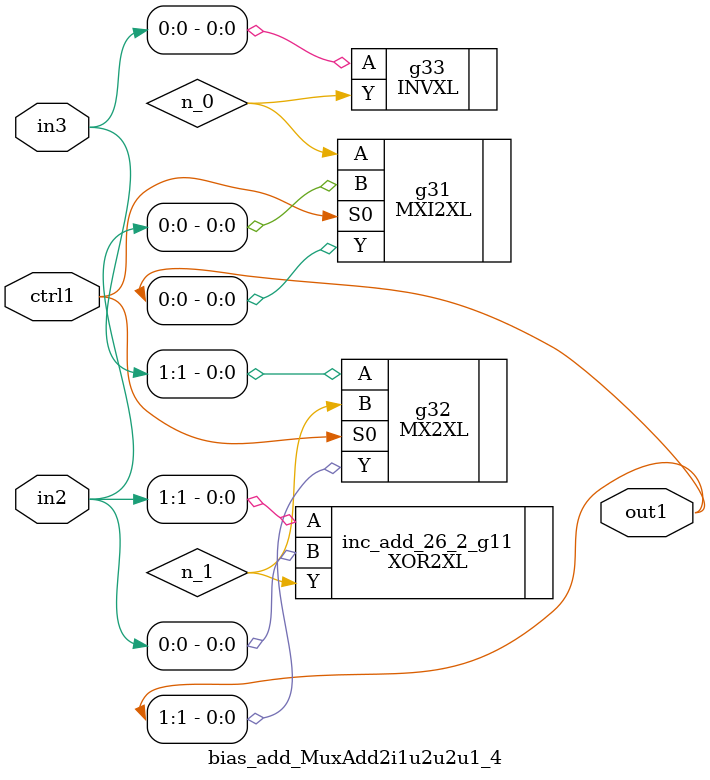
<source format=v>
`timescale 1ps / 1ps


module bias_add_MuxAdd2i1u2u2u1_4(in3, in2, ctrl1, out1);
  input [1:0] in3, in2;
  input ctrl1;
  output [1:0] out1;
  wire [1:0] in3, in2;
  wire ctrl1;
  wire [1:0] out1;
  wire n_0, n_1;
  MXI2XL g31(.A (n_0), .B (in2[0]), .S0 (ctrl1), .Y (out1[0]));
  MX2XL g32(.A (in3[1]), .B (n_1), .S0 (ctrl1), .Y (out1[1]));
  INVXL g33(.A (in3[0]), .Y (n_0));
  XOR2XL inc_add_26_2_g11(.A (in2[1]), .B (in2[0]), .Y (n_1));
endmodule



</source>
